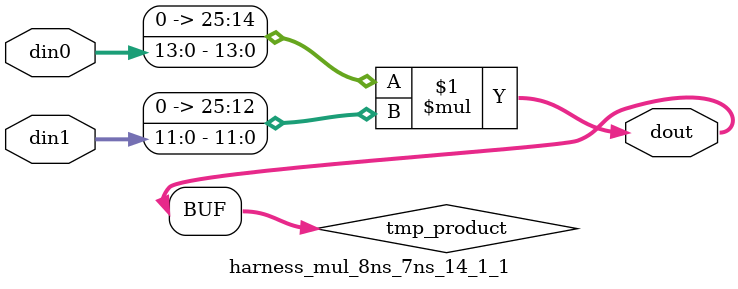
<source format=v>

`timescale 1 ns / 1 ps

 module harness_mul_8ns_7ns_14_1_1(din0, din1, dout);
parameter ID = 1;
parameter NUM_STAGE = 0;
parameter din0_WIDTH = 14;
parameter din1_WIDTH = 12;
parameter dout_WIDTH = 26;

input [din0_WIDTH - 1 : 0] din0; 
input [din1_WIDTH - 1 : 0] din1; 
output [dout_WIDTH - 1 : 0] dout;

wire signed [dout_WIDTH - 1 : 0] tmp_product;
























assign tmp_product = $signed({1'b0, din0}) * $signed({1'b0, din1});











assign dout = tmp_product;





















endmodule

</source>
